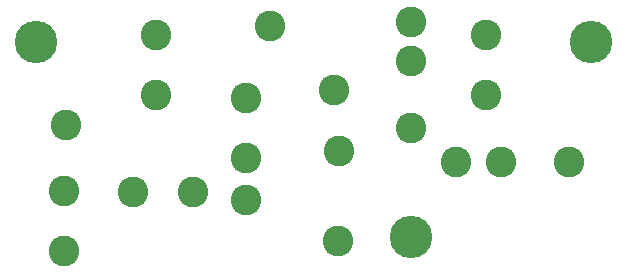
<source format=gbr>
%FSLAX34Y34*%
%MOMM*%
%LNSOLDERMASK_BOTTOM*%
G71*
G01*
%ADD10C,2.600*%
%ADD11C,2.600*%
%ADD12C,3.600*%
%LPD*%
X215900Y79500D02*
G54D10*
D03*
X215900Y22350D02*
G54D10*
D03*
X-76200Y25400D02*
G54D10*
D03*
X-78445Y-30820D02*
G54D10*
D03*
X292100Y-6350D02*
G54D10*
D03*
X349250Y-6350D02*
G54D10*
D03*
X150277Y54700D02*
G54D10*
D03*
X96395Y108652D02*
G54D10*
D03*
X150277Y54700D02*
G54D11*
D03*
X154328Y-73076D02*
G54D10*
D03*
X154378Y3174D02*
G54D10*
D03*
X154328Y-73076D02*
G54D11*
D03*
X76200Y47750D02*
G54D10*
D03*
X76200Y-3050D02*
G54D10*
D03*
X-78445Y-30820D02*
G54D10*
D03*
X76200Y-3050D02*
G54D10*
D03*
X-19906Y-31657D02*
G54D10*
D03*
X31074Y-31545D02*
G54D10*
D03*
X-19906Y-31657D02*
G54D10*
D03*
X254000Y-6350D02*
G54D10*
D03*
X76200Y-38100D02*
G54D10*
D03*
X215900Y112520D02*
G54D10*
D03*
X0Y101600D02*
G54D10*
D03*
X0Y50800D02*
G54D10*
D03*
X279400Y101600D02*
G54D10*
D03*
X279400Y50800D02*
G54D10*
D03*
X-78445Y-81620D02*
G54D10*
D03*
X215900Y-69850D02*
G54D12*
D03*
X-101600Y95250D02*
G54D12*
D03*
X368300Y95250D02*
G54D12*
D03*
M02*

</source>
